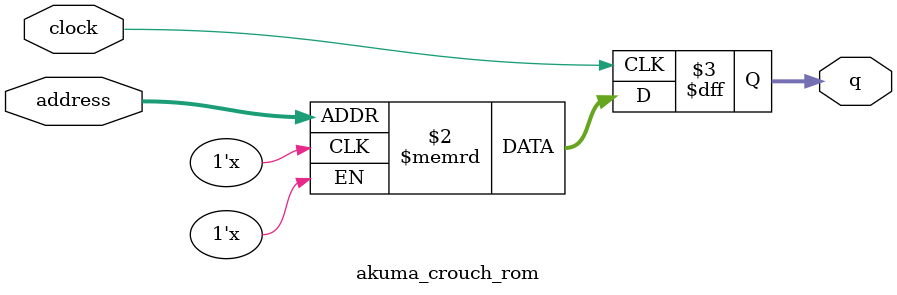
<source format=sv>
module akuma_crouch_rom (
	input logic clock,
	input logic [12:0] address,
	output logic [3:0] q
);

logic [3:0] memory [0:6263] /* synthesis ram_init_file = "./akuma_crouch/akuma_crouch.mif" */;

always_ff @ (posedge clock) begin
	q <= memory[address];
end

endmodule

</source>
